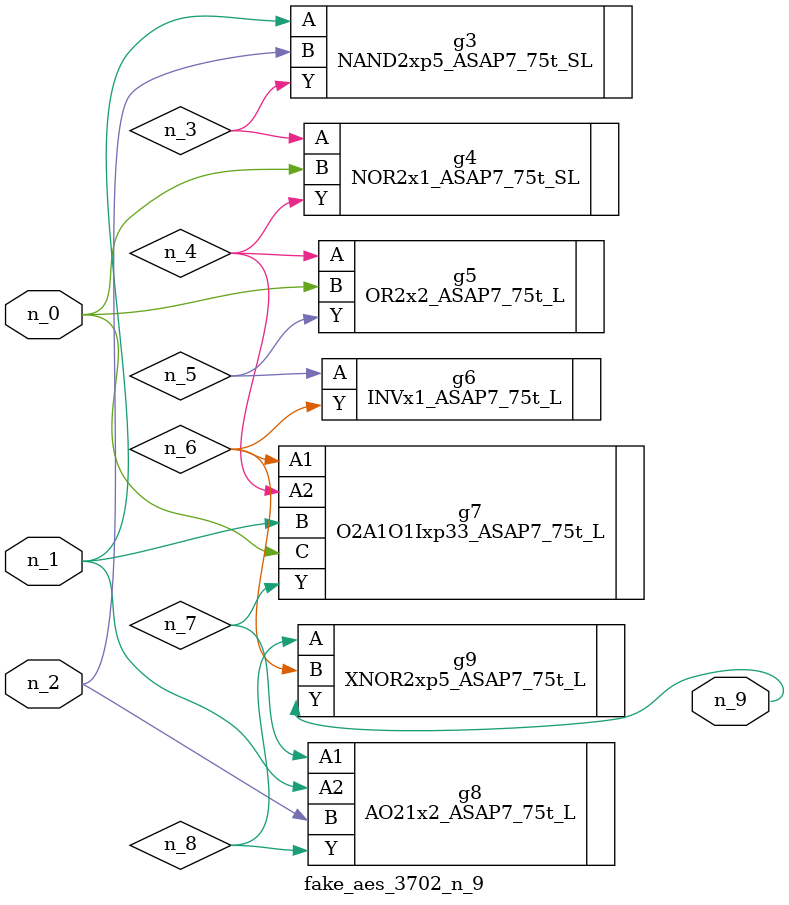
<source format=v>
module fake_aes_3702_n_9 (n_1, n_2, n_0, n_9);
input n_1;
input n_2;
input n_0;
output n_9;
wire n_6;
wire n_4;
wire n_3;
wire n_5;
wire n_7;
wire n_8;
NAND2xp5_ASAP7_75t_SL g3 ( .A(n_1), .B(n_2), .Y(n_3) );
NOR2x1_ASAP7_75t_SL g4 ( .A(n_3), .B(n_0), .Y(n_4) );
OR2x2_ASAP7_75t_L g5 ( .A(n_4), .B(n_0), .Y(n_5) );
INVx1_ASAP7_75t_L g6 ( .A(n_5), .Y(n_6) );
O2A1O1Ixp33_ASAP7_75t_L g7 ( .A1(n_6), .A2(n_4), .B(n_1), .C(n_0), .Y(n_7) );
AO21x2_ASAP7_75t_L g8 ( .A1(n_7), .A2(n_1), .B(n_2), .Y(n_8) );
XNOR2xp5_ASAP7_75t_L g9 ( .A(n_8), .B(n_6), .Y(n_9) );
endmodule
</source>
